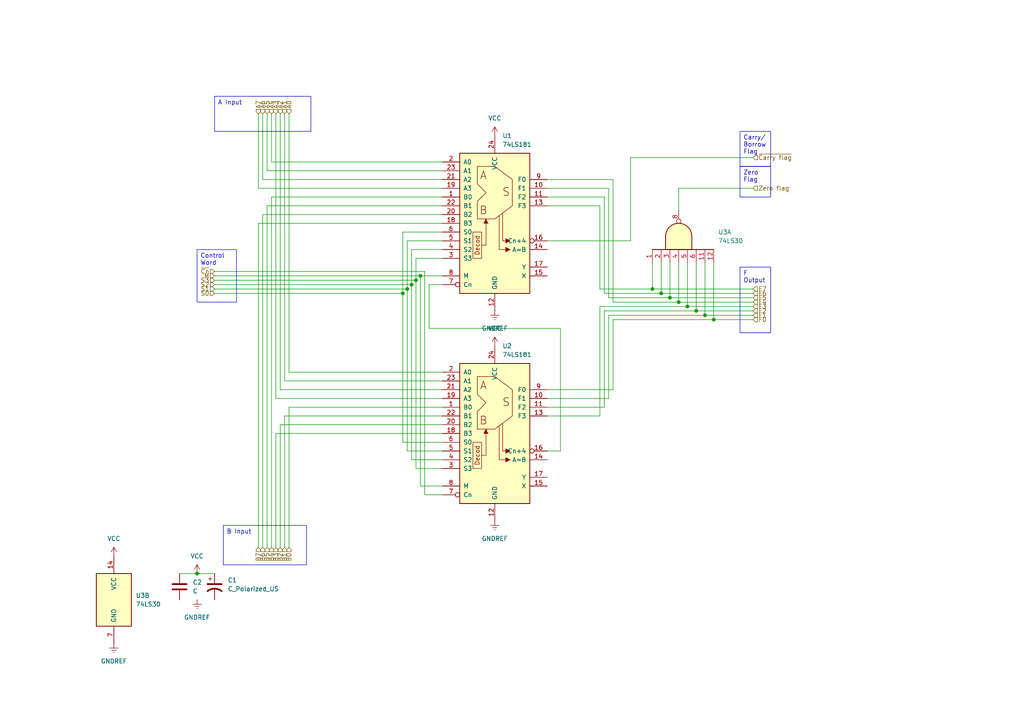
<source format=kicad_sch>
(kicad_sch (version 20231120) (generator "eeschema") (generator_version "8.0")
  (paper "A4")
  (title_block (title "Artemis ALU Module") (date "2024-07-14") (rev "1") (company "George Sleen"))
  (lib_symbols
    (symbol "74xx:74LS181" (pin_names (offset 1.016))
      (property "Reference" "U" (at -7.62 21.59 0))
      (property "Value" "74LS181" (at -7.62 -21.59 0))
      (symbol "74LS181_1_0"
        (polyline (pts (xy -3.81 -6.35) (xy -2.54 -6.35) (xy -2.54 1.27)))
        (polyline (pts (xy -2.54 1.27) (xy -3.175 0) (xy -1.905 0)) (fill (type outline)))
        (polyline (pts (xy 1.27 2.159) (xy 1.27 -7.62) (xy 3.175 -7.62)))
        (polyline (pts (xy 3.175 -5.08) (xy 2.286 -5.08) (xy 2.286 2.921)))
        (polyline (pts (xy 4.445 -7.62) (xy 3.175 -6.985) (xy 3.175 -8.255) (xy 4.445 -7.62)) (fill (type outline)))
        (polyline (pts (xy 4.445 -5.08) (xy 3.175 -4.445) (xy 3.175 -5.715) (xy 4.445 -5.08)) (fill (type outline)))
        (polyline (pts (xy -6.35 -2.54) (xy -6.35 -10.16) (xy -3.81 -10.16) (xy -3.81 -2.54) (xy -6.35 -2.54)))
        (polyline (pts (xy -5.08 16.51) (xy -5.08 11.43) (xy -2.54 8.89) (xy -5.08 6.35) (xy -5.08 1.27) (xy 0 1.27) (xy 5.08 5.08) (xy 5.08 12.7) (xy 0 16.51) (xy -5.08 16.51)))
        (text "A" (at -3.302 13.97 0) (effects (font (size 2.286 2.286))))
        (text "B" (at -3.302 3.81 0) (effects (font (size 2.286 2.286))))
        (text "Decod" (at -5.08 -6.35 900) (effects (font (size 1.27 1.27))))
        (text "S" (at 3.302 9.144 0) (effects (font (size 2.286 2.286))))
        (pin input line (at -15.24 7.62 0) (length 5.08) (name "B0") (number "1"))
        (pin output line (at 15.24 10.16 180) (length 5.08) (name "F1") (number "10"))
        (pin output line (at 15.24 7.62 180) (length 5.08) (name "F2") (number "11"))
        (pin power_in line (at 0 -25.4 90) (length 5.08) (name "GND") (number "12"))
        (pin output line (at 15.24 5.08 180) (length 5.08) (name "F3") (number "13"))
        (pin output line (at 15.24 -7.62 180) (length 5.08) (name "A=B") (number "14"))
        (pin output line (at 15.24 -15.24 180) (length 5.08) (name "X") (number "15"))
        (pin output inverted (at 15.24 -5.08 180) (length 5.08) (name "Cn+4") (number "16"))
        (pin output line (at 15.24 -12.7 180) (length 5.08) (name "Y") (number "17"))
        (pin input line (at -15.24 0 0) (length 5.08) (name "B3") (number "18"))
        (pin input line (at -15.24 10.16 0) (length 5.08) (name "A3") (number "19"))
        (pin input line (at -15.24 17.78 0) (length 5.08) (name "A0") (number "2"))
        (pin input line (at -15.24 2.54 0) (length 5.08) (name "B2") (number "20"))
        (pin input line (at -15.24 12.7 0) (length 5.08) (name "A2") (number "21"))
        (pin input line (at -15.24 5.08 0) (length 5.08) (name "B1") (number "22"))
        (pin input line (at -15.24 15.24 0) (length 5.08) (name "A1") (number "23"))
        (pin power_in line (at 0 25.4 270) (length 5.08) (name "VCC") (number "24"))
        (pin input line (at -15.24 -10.16 0) (length 5.08) (name "S3") (number "3"))
        (pin input line (at -15.24 -7.62 0) (length 5.08) (name "S2") (number "4"))
        (pin input line (at -15.24 -5.08 0) (length 5.08) (name "S1") (number "5"))
        (pin input line (at -15.24 -2.54 0) (length 5.08) (name "S0") (number "6"))
        (pin input inverted (at -15.24 -17.78 0) (length 5.08) (name "Cn") (number "7"))
        (pin input line (at -15.24 -15.24 0) (length 5.08) (name "M") (number "8"))
        (pin output line (at 15.24 12.7 180) (length 5.08) (name "F0") (number "9"))
      )
      (symbol "74LS181_1_1"
        (rectangle (start -10.16 20.32) (end 10.16 -20.32) (stroke (width 0.254)) (fill (type background)))
      )
    )
    (symbol "74xx:74LS30" (pin_names (offset 1.016))
      (property "Reference" "U" (at 0 1.27 0))
      (property "Value" "74LS30" (at 0 -1.27 0))
      (symbol "74LS30_1_1"
        (arc (start 0 -3.81) (mid 3.7934 0) (end 0 3.81) (stroke (width 0.254)) (fill (type background)))
        (polyline (pts (xy -3.81 7.62) (xy -3.81 -10.16)) (stroke (width 0.254)))
        (polyline (pts (xy 0 3.81) (xy -3.81 3.81) (xy -3.81 -3.81) (xy 0 -3.81)) (stroke (width 0.254)) (fill (type background)))
        (pin input line (at -7.62 7.62 0) (length 3.81) (name "~") (number "1"))
        (pin input line (at -7.62 -7.62 0) (length 3.81) (name "~") (number "11"))
        (pin input line (at -7.62 -10.16 0) (length 3.81) (name "~") (number "12"))
        (pin input line (at -7.62 5.08 0) (length 3.81) (name "~") (number "2"))
        (pin input line (at -7.62 2.54 0) (length 3.81) (name "~") (number "3"))
        (pin input line (at -7.62 0 0) (length 3.81) (name "~") (number "4"))
        (pin input line (at -7.62 -2.54 0) (length 3.81) (name "~") (number "5"))
        (pin input line (at -7.62 -5.08 0) (length 3.81) (name "~") (number "6"))
        (pin output inverted (at 7.62 0 180) (length 3.81) (name "~") (number "8"))
      )
      (symbol "74LS30_1_2"
        (arc (start -3.81 -3.81) (mid -2.589 0) (end -3.81 3.81) (stroke (width 0.254)))
        (arc (start -0.6096 -3.81) (mid 2.1842 -2.5851) (end 3.81 0) (stroke (width 0.254)) (fill (type background)))
        (polyline (pts (xy -3.81 -3.81) (xy -3.81 -10.16)) (stroke (width 0.254)))
        (polyline (pts (xy -3.81 -3.81) (xy -0.635 -3.81)) (stroke (width 0.254)) (fill (type background)))
        (polyline (pts (xy -3.81 3.81) (xy -0.635 3.81)) (stroke (width 0.254)) (fill (type background)))
        (polyline (pts (xy -3.81 7.62) (xy -3.81 3.81)) (stroke (width 0.254)))
        (polyline (pts (xy -0.635 3.81) (xy -3.81 3.81) (xy -3.81 3.81) (xy -3.556 3.4036) (xy -3.0226 2.2606) (xy -2.6924 1.0414) (xy -2.6162 -0.254) (xy -2.7686 -1.4986) (xy -3.175 -2.7178) (xy -3.81 -3.81) (xy -3.81 -3.81) (xy -0.635 -3.81)) (stroke (width -25.4)) (fill (type background)))
        (arc (start 3.81 0) (mid 2.1915 2.5936) (end -0.6096 3.81) (stroke (width 0.254)) (fill (type background)))
        (pin input inverted (at -7.62 7.62 0) (length 3.81) (name "~") (number "1"))
        (pin input inverted (at -7.62 -7.62 0) (length 3.81) (name "~") (number "11"))
        (pin input inverted (at -7.62 -10.16 0) (length 3.81) (name "~") (number "12"))
        (pin input inverted (at -7.62 5.08 0) (length 3.81) (name "~") (number "2"))
        (pin input inverted (at -7.62 2.54 0) (length 4.5466) (name "~") (number "3"))
        (pin input inverted (at -7.62 0 0) (length 5.08) (name "~") (number "4"))
        (pin input inverted (at -7.62 -2.54 0) (length 4.5466) (name "~") (number "5"))
        (pin input inverted (at -7.62 -5.08 0) (length 3.81) (name "~") (number "6"))
        (pin output line (at 7.62 0 180) (length 3.81) (name "~") (number "8"))
      )
      (symbol "74LS30_2_0"
        (pin power_in line (at 0 12.7 270) (length 5.08) (name "VCC") (number "14"))
        (pin power_in line (at 0 -12.7 90) (length 5.08) (name "GND") (number "7"))
      )
      (symbol "74LS30_2_1"
        (rectangle (start -5.08 7.62) (end 5.08 -7.62) (stroke (width 0.254)) (fill (type background)))
      )
    )
    (symbol "Device:C" (pin_numbers hide) (pin_names (offset 0.254))
      (property "Reference" "C" (at 0.635 2.54 0))
      (property "Value" "C" (at 0.635 -2.54 0))
      (symbol "C_0_1"
        (polyline (pts (xy -2.032 -0.762) (xy 2.032 -0.762)) (stroke (width 0.508)))
        (polyline (pts (xy -2.032 0.762) (xy 2.032 0.762)) (stroke (width 0.508)))
      )
      (symbol "C_1_1"
        (pin passive line (at 0 3.81 270) (length 2.794) (name "~") (number "1"))
        (pin passive line (at 0 -3.81 90) (length 2.794) (name "~") (number "2"))
      )
    )
    (symbol "Device:C_Polarized_US" (pin_numbers hide) (pin_names (offset 0.254) hide)
      (property "Reference" "C" (at 0.635 2.54 0))
      (property "Value" "C_Polarized_US" (at 0.635 -2.54 0))
      (symbol "C_Polarized_US_0_1"
        (polyline (pts (xy -2.032 0.762) (xy 2.032 0.762)) (stroke (width 0.508)))
        (polyline (pts (xy -1.778 2.286) (xy -0.762 2.286)))
        (polyline (pts (xy -1.27 1.778) (xy -1.27 2.794)))
        (arc (start 2.032 -1.27) (mid 0 -0.5572) (end -2.032 -1.27) (stroke (width 0.508)))
      )
      (symbol "C_Polarized_US_1_1"
        (pin passive line (at 0 3.81 270) (length 2.794) (name "~") (number "1"))
        (pin passive line (at 0 -3.81 90) (length 3.302) (name "~") (number "2"))
      )
    )
    (symbol "power:GNDREF" (power) (pin_numbers hide) (pin_names (offset 0) hide)
      (property "Value" "GNDREF" (at 0 -3.81 0))
      (symbol "GNDREF_0_1"
        (polyline (pts (xy -0.635 -1.905) (xy 0.635 -1.905)))
        (polyline (pts (xy -0.127 -2.54) (xy 0.127 -2.54)))
        (polyline (pts (xy 0 -1.27) (xy 0 0)))
        (polyline (pts (xy 1.27 -1.27) (xy -1.27 -1.27)))
      )
      (symbol "GNDREF_1_1"
        (pin power_in line (at 0 0 270) (length 0) (name "~") (number "1"))
      )
    )
    (symbol "power:VCC" (power) (pin_numbers hide) (pin_names (offset 0) hide)
      (property "Value" "VCC" (at 0 3.556 0))
      (symbol "VCC_0_1"
        (polyline (pts (xy -0.762 1.27) (xy 0 2.54)))
        (polyline (pts (xy 0 0) (xy 0 2.54)))
        (polyline (pts (xy 0 2.54) (xy 0.762 1.27)))
      )
      (symbol "VCC_1_1"
        (pin power_in line (at 0 0 90) (length 0) (name "~") (number "1"))
      )
    )
  )
  (junction (at 199.39 88.9))
  (junction (at 119.38 82.55))
  (junction (at 118.11 83.82))
  (junction (at 116.84 85.09))
  (junction (at 57.15 166.37))
  (junction (at 201.93 90.17))
  (junction (at 207.01 92.71))
  (junction (at 120.65 81.28))
  (junction (at 196.85 87.63))
  (junction (at 121.92 80.01))
  (junction (at 191.77 85.09))
  (junction (at 189.23 83.82))
  (junction (at 194.31 86.36))
  (junction (at 204.47 91.44))
  (wire (pts (xy 128.27 140.97) (xy 121.92 140.97)))
  (wire (pts (xy 62.23 78.74) (xy 123.19 78.74)))
  (wire (pts (xy 128.27 72.39) (xy 119.38 72.39)))
  (wire (pts (xy 128.27 115.57) (xy 80.01 115.57)))
  (wire (pts (xy 128.27 128.27) (xy 116.84 128.27)))
  (wire (pts (xy 128.27 52.07) (xy 76.2 52.07)))
  (wire (pts (xy 196.85 60.96) (xy 196.85 54.61)))
  (wire (pts (xy 128.27 57.15) (xy 78.74 57.15)))
  (wire (pts (xy 194.31 86.36) (xy 218.44 86.36)))
  (wire (pts (xy 177.8 87.63) (xy 196.85 87.63)))
  (wire (pts (xy 182.88 45.72) (xy 218.44 45.72)))
  (wire (pts (xy 158.75 69.85) (xy 182.88 69.85)))
  (wire (pts (xy 124.46 95.25) (xy 124.46 82.55)))
  (wire (pts (xy 177.8 113.03) (xy 177.8 92.71)))
  (wire (pts (xy 175.26 90.17) (xy 201.93 90.17)))
  (wire (pts (xy 182.88 69.85) (xy 182.88 45.72)))
  (wire (pts (xy 158.75 120.65) (xy 173.99 120.65)))
  (wire (pts (xy 120.65 81.28) (xy 120.65 135.89)))
  (wire (pts (xy 116.84 67.31) (xy 128.27 67.31)))
  (wire (pts (xy 83.82 118.11) (xy 83.82 158.75)))
  (wire (pts (xy 158.75 115.57) (xy 176.53 115.57)))
  (wire (pts (xy 207.01 92.71) (xy 218.44 92.71)))
  (wire (pts (xy 82.55 33.02) (xy 82.55 110.49)))
  (wire (pts (xy 81.28 123.19) (xy 81.28 158.75)))
  (wire (pts (xy 128.27 113.03) (xy 81.28 113.03)))
  (wire (pts (xy 177.8 92.71) (xy 207.01 92.71)))
  (wire (pts (xy 128.27 107.95) (xy 83.82 107.95)))
  (wire (pts (xy 128.27 62.23) (xy 76.2 62.23)))
  (wire (pts (xy 201.93 90.17) (xy 218.44 90.17)))
  (wire (pts (xy 121.92 80.01) (xy 128.27 80.01)))
  (wire (pts (xy 189.23 76.2) (xy 189.23 83.82)))
  (wire (pts (xy 207.01 76.2) (xy 207.01 92.71)))
  (wire (pts (xy 201.93 76.2) (xy 201.93 90.17)))
  (wire (pts (xy 128.27 110.49) (xy 82.55 110.49)))
  (wire (pts (xy 128.27 54.61) (xy 74.93 54.61)))
  (wire (pts (xy 62.23 82.55) (xy 119.38 82.55)))
  (wire (pts (xy 120.65 74.93) (xy 120.65 81.28)))
  (wire (pts (xy 124.46 82.55) (xy 128.27 82.55)))
  (wire (pts (xy 177.8 52.07) (xy 177.8 87.63)))
  (wire (pts (xy 175.26 85.09) (xy 191.77 85.09)))
  (wire (pts (xy 62.23 80.01) (xy 121.92 80.01)))
  (wire (pts (xy 128.27 143.51) (xy 123.19 143.51)))
  (wire (pts (xy 78.74 57.15) (xy 78.74 158.75)))
  (wire (pts (xy 199.39 88.9) (xy 218.44 88.9)))
  (wire (pts (xy 128.27 118.11) (xy 83.82 118.11)))
  (wire (pts (xy 175.26 90.17) (xy 175.26 118.11)))
  (wire (pts (xy 116.84 67.31) (xy 116.84 85.09)))
  (wire (pts (xy 74.93 64.77) (xy 74.93 158.75)))
  (wire (pts (xy 83.82 33.02) (xy 83.82 107.95)))
  (wire (pts (xy 189.23 83.82) (xy 218.44 83.82)))
  (wire (pts (xy 191.77 85.09) (xy 218.44 85.09)))
  (wire (pts (xy 173.99 59.69) (xy 173.99 83.82)))
  (wire (pts (xy 158.75 52.07) (xy 177.8 52.07)))
  (wire (pts (xy 204.47 76.2) (xy 204.47 91.44)))
  (wire (pts (xy 62.23 81.28) (xy 120.65 81.28)))
  (wire (pts (xy 123.19 143.51) (xy 123.19 78.74)))
  (wire (pts (xy 119.38 133.35) (xy 128.27 133.35)))
  (wire (pts (xy 191.77 76.2) (xy 191.77 85.09)))
  (wire (pts (xy 128.27 64.77) (xy 74.93 64.77)))
  (wire (pts (xy 76.2 33.02) (xy 76.2 52.07)))
  (wire (pts (xy 128.27 49.53) (xy 77.47 49.53)))
  (wire (pts (xy 176.53 115.57) (xy 176.53 91.44)))
  (wire (pts (xy 119.38 72.39) (xy 119.38 82.55)))
  (wire (pts (xy 173.99 83.82) (xy 189.23 83.82)))
  (wire (pts (xy 120.65 74.93) (xy 128.27 74.93)))
  (wire (pts (xy 128.27 46.99) (xy 78.74 46.99)))
  (wire (pts (xy 118.11 69.85) (xy 118.11 83.82)))
  (wire (pts (xy 81.28 33.02) (xy 81.28 113.03)))
  (wire (pts (xy 116.84 85.09) (xy 116.84 128.27)))
  (wire (pts (xy 118.11 83.82) (xy 118.11 130.81)))
  (wire (pts (xy 158.75 59.69) (xy 173.99 59.69)))
  (wire (pts (xy 119.38 82.55) (xy 119.38 133.35)))
  (wire (pts (xy 176.53 86.36) (xy 194.31 86.36)))
  (wire (pts (xy 194.31 76.2) (xy 194.31 86.36)))
  (wire (pts (xy 199.39 76.2) (xy 199.39 88.9)))
  (wire (pts (xy 204.47 91.44) (xy 218.44 91.44)))
  (wire (pts (xy 80.01 125.73) (xy 80.01 158.75)))
  (wire (pts (xy 176.53 91.44) (xy 204.47 91.44)))
  (wire (pts (xy 57.15 166.37) (xy 62.23 166.37)))
  (wire (pts (xy 176.53 54.61) (xy 176.53 86.36)))
  (wire (pts (xy 196.85 76.2) (xy 196.85 87.63)))
  (wire (pts (xy 173.99 88.9) (xy 199.39 88.9)))
  (wire (pts (xy 158.75 118.11) (xy 175.26 118.11)))
  (wire (pts (xy 158.75 130.81) (xy 162.56 130.81)))
  (wire (pts (xy 158.75 57.15) (xy 175.26 57.15)))
  (wire (pts (xy 173.99 88.9) (xy 173.99 120.65)))
  (wire (pts (xy 62.23 85.09) (xy 116.84 85.09)))
  (wire (pts (xy 128.27 69.85) (xy 118.11 69.85)))
  (wire (pts (xy 121.92 140.97) (xy 121.92 80.01)))
  (wire (pts (xy 162.56 95.25) (xy 124.46 95.25)))
  (wire (pts (xy 78.74 33.02) (xy 78.74 46.99)))
  (wire (pts (xy 128.27 123.19) (xy 81.28 123.19)))
  (wire (pts (xy 52.07 166.37) (xy 57.15 166.37)))
  (wire (pts (xy 82.55 120.65) (xy 82.55 158.75)))
  (wire (pts (xy 128.27 59.69) (xy 77.47 59.69)))
  (wire (pts (xy 128.27 120.65) (xy 82.55 120.65)))
  (wire (pts (xy 77.47 33.02) (xy 77.47 49.53)))
  (wire (pts (xy 196.85 54.61) (xy 218.44 54.61)))
  (wire (pts (xy 128.27 125.73) (xy 80.01 125.73)))
  (wire (pts (xy 74.93 33.02) (xy 74.93 54.61)))
  (wire (pts (xy 158.75 54.61) (xy 176.53 54.61)))
  (wire (pts (xy 77.47 59.69) (xy 77.47 158.75)))
  (wire (pts (xy 158.75 113.03) (xy 177.8 113.03)))
  (wire (pts (xy 80.01 33.02) (xy 80.01 115.57)))
  (wire (pts (xy 62.23 83.82) (xy 118.11 83.82)))
  (wire (pts (xy 175.26 57.15) (xy 175.26 85.09)))
  (wire (pts (xy 118.11 130.81) (xy 128.27 130.81)))
  (wire (pts (xy 128.27 135.89) (xy 120.65 135.89)))
  (wire (pts (xy 162.56 130.81) (xy 162.56 95.25)))
  (wire (pts (xy 76.2 62.23) (xy 76.2 158.75)))
  (wire (pts (xy 196.85 87.63) (xy 218.44 87.63)))
  (text_box "Control Word\n" (at 57.15 72.39 0) (size 11.43 15.24) (effects (font (size 1.27 1.27)) (justify left top)))
  (text_box "F Output" (at 214.63 77.47 0) (size 8.89 19.05) (effects (font (size 1.27 1.27)) (justify left top)))
  (text_box "Zero Flag" (at 214.63 48.26 0) (size 8.89 8.89) (effects (font (size 1.27 1.27)) (justify left top)))
  (text_box "A Input" (at 62.23 27.94 0) (size 27.94 10.16) (effects (font (size 1.27 1.27)) (justify left top)))
  (text_box "B Input" (at 64.77 152.4 0) (size 24.13 11.43) (effects (font (size 1.27 1.27)) (justify left top)))
  (text_box "Carry/ Borrow Flag" (at 214.63 38.1 0) (size 8.89 10.16) (effects (font (size 1.27 1.27)) (justify left top)))
  (hierarchical_label "Zero flag" (shape input) (at 218.44 54.61 0))
  (hierarchical_label "A4" (shape input) (at 78.74 33.02 90))
  (hierarchical_label "F5" (shape input) (at 218.44 86.36 0))
  (hierarchical_label "B0" (shape input) (at 83.82 158.75 270))
  (hierarchical_label "A5" (shape input) (at 77.47 33.02 90))
  (hierarchical_label "~{Carry flag}" (shape input) (at 218.44 45.72 0))
  (hierarchical_label "F2" (shape input) (at 218.44 90.17 0))
  (hierarchical_label "S0" (shape input) (at 62.23 85.09 180))
  (hierarchical_label "B2" (shape input) (at 81.28 158.75 270))
  (hierarchical_label "A1" (shape input) (at 82.55 33.02 90))
  (hierarchical_label "F6" (shape input) (at 218.44 85.09 0))
  (hierarchical_label "B7" (shape input) (at 74.93 158.75 270))
  (hierarchical_label "M" (shape input) (at 62.23 80.01 180))
  (hierarchical_label "F0" (shape input) (at 218.44 92.71 0))
  (hierarchical_label "F1" (shape input) (at 218.44 91.44 0))
  (hierarchical_label "~{Cn}" (shape input) (at 62.23 78.74 180))
  (hierarchical_label "S2" (shape input) (at 62.23 82.55 180))
  (hierarchical_label "B3" (shape input) (at 80.01 158.75 270))
  (hierarchical_label "A7" (shape input) (at 74.93 33.02 90))
  (hierarchical_label "B6" (shape input) (at 76.2 158.75 270))
  (hierarchical_label "A0" (shape input) (at 83.82 33.02 90))
  (hierarchical_label "A3" (shape input) (at 80.01 33.02 90))
  (hierarchical_label "F3" (shape input) (at 218.44 88.9 0))
  (hierarchical_label "B5" (shape input) (at 77.47 158.75 270))
  (hierarchical_label "A6" (shape input) (at 76.2 33.02 90))
  (hierarchical_label "F7" (shape input) (at 218.44 83.82 0))
  (hierarchical_label "S1" (shape input) (at 62.23 83.82 180))
  (hierarchical_label "F4" (shape input) (at 218.44 87.63 0))
  (hierarchical_label "B4" (shape input) (at 78.74 158.75 270))
  (hierarchical_label "A2" (shape input) (at 81.28 33.02 90))
  (hierarchical_label "B1" (shape input) (at 82.55 158.75 270))
  (hierarchical_label "S3" (shape input) (at 62.23 81.28 180))
  (symbol (lib_id "power:GNDREF") (at 33.02 186.69 0) (unit 1)
    (property "Reference" "#PWR05" (effects (hide yes)))
    (property "Value" "GNDREF" (at 33.02 191.77 0))
    (property "Description" "Power symbol creates a global label with name \"GNDREF\" , reference supply ground" (effects (hide yes)))
  )
  (symbol (lib_id "power:VCC") (at 33.02 161.29 0) (unit 1)
    (property "Reference" "#PWR06" (effects (hide yes)))
    (property "Value" "VCC" (at 33.02 156.21 0))
    (property "Description" "Power symbol creates a global label with name \"VCC\"" (effects (hide yes)))
  )
  (symbol (lib_id "power:VCC") (at 143.51 39.37 0) (unit 1)
    (property "Reference" "#PWR02" (effects (hide yes)))
    (property "Value" "VCC" (at 143.51 34.29 0))
    (property "Description" "Power symbol creates a global label with name \"VCC\"" (effects (hide yes)))
  )
  (symbol (lib_id "74xx:74LS181") (at 143.51 64.77 0) (unit 1)
    (property "Reference" "U1" (at 145.7041 39.37 0) (effects (justify left)))
    (property "Value" "74LS181" (at 145.7041 41.91 0) (effects (justify left)))
    (property "Footprint" "Package_DIP:DIP-24_W15.24mm_Socket_LongPads" (effects (hide yes)))
    (property "Datasheet" "74xx/74F181.pdf" (effects (hide yes)))
    (property "Description" "Arithmetic logic unit" (effects (hide yes)))
  )
  (symbol (lib_id "power:GNDREF") (at 143.51 90.17 0) (unit 1)
    (property "Reference" "#PWR03" (effects (hide yes)))
    (property "Value" "GNDREF" (at 143.51 95.25 0))
    (property "Description" "Power symbol creates a global label with name \"GNDREF\" , reference supply ground" (effects (hide yes)))
  )
  (symbol (lib_id "power:VCC") (at 57.15 166.37 0) (unit 1)
    (property "Reference" "#PWR07" (effects (hide yes)))
    (property "Value" "VCC" (at 57.15 161.29 0))
    (property "Description" "Power symbol creates a global label with name \"VCC\"" (effects (hide yes)))
  )
  (symbol (lib_id "Device:C") (at 52.07 170.18 0) (unit 1)
    (property "Reference" "C2" (at 55.88 168.9099 0) (effects (justify left)))
    (property "Value" "C" (at 55.88 171.4499 0) (effects (justify left)))
    (property "Footprint" "Capacitor_THT:C_Disc_D3.0mm_W2.0mm_P2.50mm" (effects (hide yes)))
    (property "Description" "Unpolarized capacitor" (effects (hide yes)))
  )
  (symbol (lib_id "74xx:74LS30") (at 33.02 173.99 0) (unit 2)
    (property "Reference" "U3" (at 39.37 172.7199 0) (effects (justify left)))
    (property "Value" "74LS30" (at 39.37 175.2599 0) (effects (justify left)))
    (property "Datasheet" "http://www.ti.com/lit/gpn/sn74LS30" (effects (hide yes)))
    (property "Description" "8-input NAND" (effects (hide yes)))
  )
  (symbol (lib_id "74xx:74LS30") (at 196.85 68.58 90) (unit 1)
    (property "Reference" "U3" (at 208.28 67.3182 90) (effects (justify right)))
    (property "Value" "74LS30" (at 208.28 69.8582 90) (effects (justify right)))
    (property "Datasheet" "http://www.ti.com/lit/gpn/sn74LS30" (effects (hide yes)))
    (property "Description" "8-input NAND" (effects (hide yes)))
  )
  (symbol (lib_id "power:GNDREF") (at 143.51 151.13 0) (unit 1)
    (property "Reference" "#PWR04" (effects (hide yes)))
    (property "Value" "GNDREF" (at 143.51 156.21 0))
    (property "Description" "Power symbol creates a global label with name \"GNDREF\" , reference supply ground" (effects (hide yes)))
  )
  (symbol (lib_id "Device:C_Polarized_US") (at 62.23 170.18 0) (unit 1)
    (property "Reference" "C1" (at 66.04 168.2749 0) (effects (justify left)))
    (property "Value" "C_Polarized_US" (at 66.04 170.8149 0) (effects (justify left)))
    (property "Footprint" "Capacitor_THT:CP_Radial_D10.0mm_P5.00mm" (effects (hide yes)))
    (property "Description" "Polarized capacitor, US symbol" (effects (hide yes)))
  )
  (symbol (lib_id "power:GNDREF") (at 57.15 173.99 0) (unit 1)
    (property "Reference" "#PWR08" (effects (hide yes)))
    (property "Value" "GNDREF" (at 57.15 179.07 0))
    (property "Description" "Power symbol creates a global label with name \"GNDREF\" , reference supply ground" (effects (hide yes)))
  )
  (symbol (lib_id "74xx:74LS181") (at 143.51 125.73 0) (unit 1)
    (property "Reference" "U2" (at 145.7041 100.33 0) (effects (justify left)))
    (property "Value" "74LS181" (at 145.7041 102.87 0) (effects (justify left)))
    (property "Footprint" "Package_DIP:DIP-24_W15.24mm_Socket_LongPads" (effects (hide yes)))
    (property "Datasheet" "74xx/74F181.pdf" (effects (hide yes)))
    (property "Description" "Arithmetic logic unit" (effects (hide yes)))
  )
  (symbol (lib_id "power:VCC") (at 143.51 100.33 0) (unit 1)
    (property "Reference" "#PWR01" (effects (hide yes)))
    (property "Value" "VCC" (at 143.51 95.25 0))
    (property "Description" "Power symbol creates a global label with name \"VCC\"" (effects (hide yes)))
  )
)
</source>
